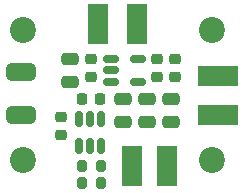
<source format=gtp>
%TF.GenerationSoftware,KiCad,Pcbnew,8.0.7*%
%TF.CreationDate,2026-01-14T12:01:29-08:00*%
%TF.ProjectId,3V3-500mA,3356332d-3530-4306-9d41-2e6b69636164,rev?*%
%TF.SameCoordinates,Original*%
%TF.FileFunction,Paste,Top*%
%TF.FilePolarity,Positive*%
%FSLAX46Y46*%
G04 Gerber Fmt 4.6, Leading zero omitted, Abs format (unit mm)*
G04 Created by KiCad (PCBNEW 8.0.7) date 2026-01-14 12:01:29*
%MOMM*%
%LPD*%
G01*
G04 APERTURE LIST*
G04 Aperture macros list*
%AMRoundRect*
0 Rectangle with rounded corners*
0 $1 Rounding radius*
0 $2 $3 $4 $5 $6 $7 $8 $9 X,Y pos of 4 corners*
0 Add a 4 corners polygon primitive as box body*
4,1,4,$2,$3,$4,$5,$6,$7,$8,$9,$2,$3,0*
0 Add four circle primitives for the rounded corners*
1,1,$1+$1,$2,$3*
1,1,$1+$1,$4,$5*
1,1,$1+$1,$6,$7*
1,1,$1+$1,$8,$9*
0 Add four rect primitives between the rounded corners*
20,1,$1+$1,$2,$3,$4,$5,0*
20,1,$1+$1,$4,$5,$6,$7,0*
20,1,$1+$1,$6,$7,$8,$9,0*
20,1,$1+$1,$8,$9,$2,$3,0*%
G04 Aperture macros list end*
%ADD10R,3.400000X1.800000*%
%ADD11R,1.800000X3.400000*%
%ADD12C,2.200000*%
%ADD13RoundRect,0.250000X0.475000X-0.250000X0.475000X0.250000X-0.475000X0.250000X-0.475000X-0.250000X0*%
%ADD14RoundRect,0.225000X0.250000X-0.225000X0.250000X0.225000X-0.250000X0.225000X-0.250000X-0.225000X0*%
%ADD15RoundRect,0.375000X0.875000X-0.375000X0.875000X0.375000X-0.875000X0.375000X-0.875000X-0.375000X0*%
%ADD16RoundRect,0.250000X-0.475000X0.250000X-0.475000X-0.250000X0.475000X-0.250000X0.475000X0.250000X0*%
%ADD17RoundRect,0.225000X-0.250000X0.225000X-0.250000X-0.225000X0.250000X-0.225000X0.250000X0.225000X0*%
%ADD18RoundRect,0.150000X0.150000X-0.512500X0.150000X0.512500X-0.150000X0.512500X-0.150000X-0.512500X0*%
%ADD19RoundRect,0.225000X0.225000X0.250000X-0.225000X0.250000X-0.225000X-0.250000X0.225000X-0.250000X0*%
%ADD20RoundRect,0.150000X-0.512500X-0.150000X0.512500X-0.150000X0.512500X0.150000X-0.512500X0.150000X0*%
%ADD21RoundRect,0.200000X0.200000X0.275000X-0.200000X0.275000X-0.200000X-0.275000X0.200000X-0.275000X0*%
%ADD22RoundRect,0.200000X-0.200000X-0.275000X0.200000X-0.275000X0.200000X0.275000X-0.200000X0.275000X0*%
G04 APERTURE END LIST*
D10*
%TO.C,TP6*%
X216500000Y-87850000D03*
%TD*%
%TO.C,TP5*%
X216500000Y-91150000D03*
%TD*%
D11*
%TO.C,TP4*%
X209200000Y-95500000D03*
%TD*%
%TO.C,TP3*%
X212200000Y-95500000D03*
%TD*%
%TO.C,TP2*%
X209650000Y-83500000D03*
%TD*%
%TO.C,TP1*%
X206350000Y-83500000D03*
%TD*%
D12*
%TO.C,H4*%
X216000000Y-84000000D03*
%TD*%
%TO.C,H3*%
X200000000Y-84000000D03*
%TD*%
%TO.C,H2*%
X200000000Y-95000000D03*
%TD*%
%TO.C,H1*%
X216000000Y-95000000D03*
%TD*%
D13*
%TO.C,C4*%
X208450000Y-89850000D03*
X208450000Y-91750000D03*
%TD*%
D14*
%TO.C,C11*%
X211362500Y-87955000D03*
X211362500Y-86405000D03*
%TD*%
%TO.C,C8*%
X203200000Y-91300000D03*
X203200000Y-92850000D03*
%TD*%
D15*
%TO.C,L1*%
X199800000Y-91200000D03*
X199800000Y-87500000D03*
%TD*%
D14*
%TO.C,C12*%
X212850000Y-87950000D03*
X212850000Y-86400000D03*
%TD*%
D16*
%TO.C,C10*%
X204000000Y-86450000D03*
X204000000Y-88350000D03*
%TD*%
D13*
%TO.C,C2*%
X210500000Y-89850000D03*
X210500000Y-91750000D03*
%TD*%
D17*
%TO.C,C9*%
X205750000Y-86405000D03*
X205750000Y-87955000D03*
%TD*%
D18*
%TO.C,U2*%
X204750000Y-93782500D03*
X205700000Y-93782500D03*
X206650000Y-93782500D03*
X206650000Y-91507500D03*
X205700000Y-91507500D03*
X204750000Y-91507500D03*
%TD*%
D19*
%TO.C,C5*%
X204975000Y-89850000D03*
X206525000Y-89850000D03*
%TD*%
D20*
%TO.C,U3*%
X209725000Y-86450000D03*
X209725000Y-88350000D03*
X207450000Y-88350000D03*
X207450000Y-87400000D03*
X207450000Y-86450000D03*
%TD*%
D13*
%TO.C,C1*%
X212550000Y-89850000D03*
X212550000Y-91750000D03*
%TD*%
D21*
%TO.C,R1*%
X206650000Y-96910000D03*
X205000000Y-96910000D03*
%TD*%
D22*
%TO.C,R2*%
X206650000Y-95450000D03*
X205000000Y-95450000D03*
%TD*%
M02*

</source>
